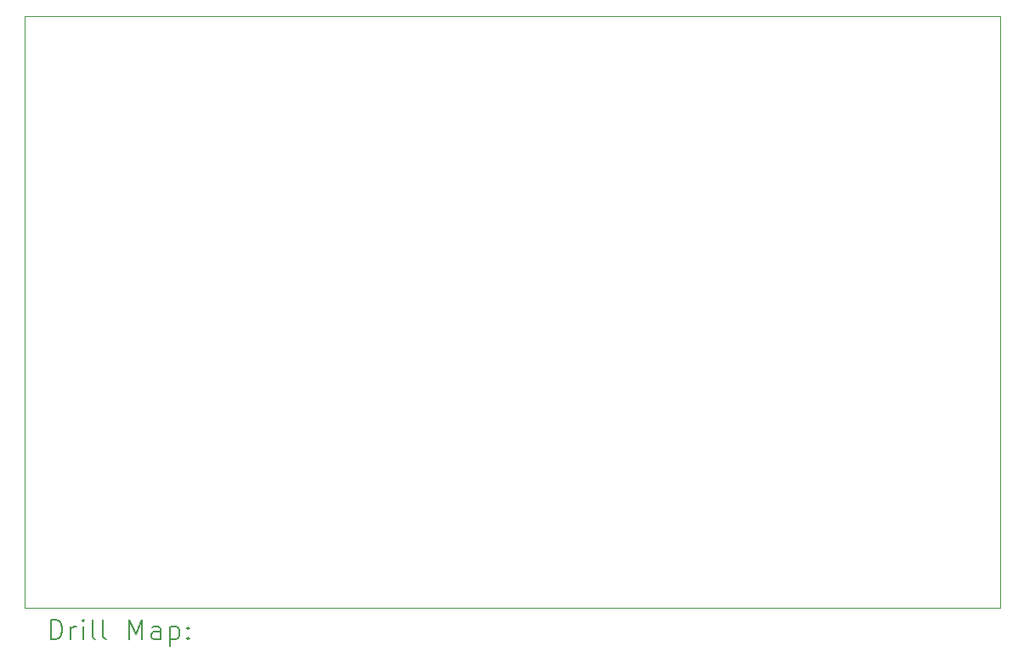
<source format=gbr>
%TF.GenerationSoftware,KiCad,Pcbnew,8.0.2*%
%TF.CreationDate,2024-10-18T13:00:18-07:00*%
%TF.ProjectId,ArmLEDsPrototype,41726d4c-4544-4735-9072-6f746f747970,rev?*%
%TF.SameCoordinates,Original*%
%TF.FileFunction,Drillmap*%
%TF.FilePolarity,Positive*%
%FSLAX45Y45*%
G04 Gerber Fmt 4.5, Leading zero omitted, Abs format (unit mm)*
G04 Created by KiCad (PCBNEW 8.0.2) date 2024-10-18 13:00:18*
%MOMM*%
%LPD*%
G01*
G04 APERTURE LIST*
%ADD10C,0.050000*%
%ADD11C,0.200000*%
G04 APERTURE END LIST*
D10*
X8001000Y-7493000D02*
X17716500Y-7493000D01*
X17716500Y-13398500D01*
X8001000Y-13398500D01*
X8001000Y-7493000D01*
D11*
X8259277Y-13712484D02*
X8259277Y-13512484D01*
X8259277Y-13512484D02*
X8306896Y-13512484D01*
X8306896Y-13512484D02*
X8335467Y-13522008D01*
X8335467Y-13522008D02*
X8354515Y-13541055D01*
X8354515Y-13541055D02*
X8364039Y-13560103D01*
X8364039Y-13560103D02*
X8373562Y-13598198D01*
X8373562Y-13598198D02*
X8373562Y-13626769D01*
X8373562Y-13626769D02*
X8364039Y-13664865D01*
X8364039Y-13664865D02*
X8354515Y-13683912D01*
X8354515Y-13683912D02*
X8335467Y-13702960D01*
X8335467Y-13702960D02*
X8306896Y-13712484D01*
X8306896Y-13712484D02*
X8259277Y-13712484D01*
X8459277Y-13712484D02*
X8459277Y-13579150D01*
X8459277Y-13617246D02*
X8468801Y-13598198D01*
X8468801Y-13598198D02*
X8478324Y-13588674D01*
X8478324Y-13588674D02*
X8497372Y-13579150D01*
X8497372Y-13579150D02*
X8516420Y-13579150D01*
X8583086Y-13712484D02*
X8583086Y-13579150D01*
X8583086Y-13512484D02*
X8573563Y-13522008D01*
X8573563Y-13522008D02*
X8583086Y-13531531D01*
X8583086Y-13531531D02*
X8592610Y-13522008D01*
X8592610Y-13522008D02*
X8583086Y-13512484D01*
X8583086Y-13512484D02*
X8583086Y-13531531D01*
X8706896Y-13712484D02*
X8687848Y-13702960D01*
X8687848Y-13702960D02*
X8678324Y-13683912D01*
X8678324Y-13683912D02*
X8678324Y-13512484D01*
X8811658Y-13712484D02*
X8792610Y-13702960D01*
X8792610Y-13702960D02*
X8783086Y-13683912D01*
X8783086Y-13683912D02*
X8783086Y-13512484D01*
X9040229Y-13712484D02*
X9040229Y-13512484D01*
X9040229Y-13512484D02*
X9106896Y-13655341D01*
X9106896Y-13655341D02*
X9173563Y-13512484D01*
X9173563Y-13512484D02*
X9173563Y-13712484D01*
X9354515Y-13712484D02*
X9354515Y-13607722D01*
X9354515Y-13607722D02*
X9344991Y-13588674D01*
X9344991Y-13588674D02*
X9325944Y-13579150D01*
X9325944Y-13579150D02*
X9287848Y-13579150D01*
X9287848Y-13579150D02*
X9268801Y-13588674D01*
X9354515Y-13702960D02*
X9335467Y-13712484D01*
X9335467Y-13712484D02*
X9287848Y-13712484D01*
X9287848Y-13712484D02*
X9268801Y-13702960D01*
X9268801Y-13702960D02*
X9259277Y-13683912D01*
X9259277Y-13683912D02*
X9259277Y-13664865D01*
X9259277Y-13664865D02*
X9268801Y-13645817D01*
X9268801Y-13645817D02*
X9287848Y-13636293D01*
X9287848Y-13636293D02*
X9335467Y-13636293D01*
X9335467Y-13636293D02*
X9354515Y-13626769D01*
X9449753Y-13579150D02*
X9449753Y-13779150D01*
X9449753Y-13588674D02*
X9468801Y-13579150D01*
X9468801Y-13579150D02*
X9506896Y-13579150D01*
X9506896Y-13579150D02*
X9525944Y-13588674D01*
X9525944Y-13588674D02*
X9535467Y-13598198D01*
X9535467Y-13598198D02*
X9544991Y-13617246D01*
X9544991Y-13617246D02*
X9544991Y-13674388D01*
X9544991Y-13674388D02*
X9535467Y-13693436D01*
X9535467Y-13693436D02*
X9525944Y-13702960D01*
X9525944Y-13702960D02*
X9506896Y-13712484D01*
X9506896Y-13712484D02*
X9468801Y-13712484D01*
X9468801Y-13712484D02*
X9449753Y-13702960D01*
X9630705Y-13693436D02*
X9640229Y-13702960D01*
X9640229Y-13702960D02*
X9630705Y-13712484D01*
X9630705Y-13712484D02*
X9621182Y-13702960D01*
X9621182Y-13702960D02*
X9630705Y-13693436D01*
X9630705Y-13693436D02*
X9630705Y-13712484D01*
X9630705Y-13588674D02*
X9640229Y-13598198D01*
X9640229Y-13598198D02*
X9630705Y-13607722D01*
X9630705Y-13607722D02*
X9621182Y-13598198D01*
X9621182Y-13598198D02*
X9630705Y-13588674D01*
X9630705Y-13588674D02*
X9630705Y-13607722D01*
M02*

</source>
